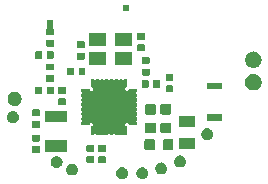
<source format=gbr>
G04 #@! TF.GenerationSoftware,KiCad,Pcbnew,(5.0.2)-1*
G04 #@! TF.CreationDate,2019-04-15T20:42:24-05:00*
G04 #@! TF.ProjectId,testDesign2,74657374-4465-4736-9967-6e322e6b6963,rev?*
G04 #@! TF.SameCoordinates,Original*
G04 #@! TF.FileFunction,Soldermask,Top*
G04 #@! TF.FilePolarity,Negative*
%FSLAX46Y46*%
G04 Gerber Fmt 4.6, Leading zero omitted, Abs format (unit mm)*
G04 Created by KiCad (PCBNEW (5.0.2)-1) date 4/15/2019 8:42:24 PM*
%MOMM*%
%LPD*%
G01*
G04 APERTURE LIST*
%ADD10C,0.100000*%
G04 APERTURE END LIST*
D10*
G36*
X58945845Y-59219215D02*
X59021990Y-59250755D01*
X59036839Y-59256906D01*
X59117640Y-59310896D01*
X59118734Y-59311627D01*
X59188373Y-59381266D01*
X59188375Y-59381269D01*
X59233796Y-59449245D01*
X59243095Y-59463163D01*
X59280785Y-59554155D01*
X59300000Y-59650755D01*
X59300000Y-59749245D01*
X59280785Y-59845845D01*
X59243095Y-59936837D01*
X59188373Y-60018734D01*
X59118734Y-60088373D01*
X59118731Y-60088375D01*
X59036839Y-60143094D01*
X58945845Y-60180785D01*
X58849246Y-60200000D01*
X58750754Y-60200000D01*
X58654155Y-60180785D01*
X58563161Y-60143094D01*
X58481269Y-60088375D01*
X58481266Y-60088373D01*
X58411627Y-60018734D01*
X58356905Y-59936837D01*
X58319215Y-59845845D01*
X58300000Y-59749245D01*
X58300000Y-59650755D01*
X58319215Y-59554155D01*
X58356905Y-59463163D01*
X58366205Y-59449245D01*
X58411625Y-59381269D01*
X58411627Y-59381266D01*
X58481266Y-59311627D01*
X58482360Y-59310896D01*
X58563161Y-59256906D01*
X58578011Y-59250755D01*
X58654155Y-59219215D01*
X58750754Y-59200000D01*
X58849246Y-59200000D01*
X58945845Y-59219215D01*
X58945845Y-59219215D01*
G37*
G36*
X57245845Y-59219215D02*
X57321990Y-59250755D01*
X57336839Y-59256906D01*
X57417640Y-59310896D01*
X57418734Y-59311627D01*
X57488373Y-59381266D01*
X57488375Y-59381269D01*
X57533796Y-59449245D01*
X57543095Y-59463163D01*
X57580785Y-59554155D01*
X57600000Y-59650755D01*
X57600000Y-59749245D01*
X57580785Y-59845845D01*
X57543095Y-59936837D01*
X57488373Y-60018734D01*
X57418734Y-60088373D01*
X57418731Y-60088375D01*
X57336839Y-60143094D01*
X57245845Y-60180785D01*
X57149246Y-60200000D01*
X57050754Y-60200000D01*
X56954155Y-60180785D01*
X56863161Y-60143094D01*
X56781269Y-60088375D01*
X56781266Y-60088373D01*
X56711627Y-60018734D01*
X56656905Y-59936837D01*
X56619215Y-59845845D01*
X56600000Y-59749245D01*
X56600000Y-59650755D01*
X56619215Y-59554155D01*
X56656905Y-59463163D01*
X56666205Y-59449245D01*
X56711625Y-59381269D01*
X56711627Y-59381266D01*
X56781266Y-59311627D01*
X56782360Y-59310896D01*
X56863161Y-59256906D01*
X56878011Y-59250755D01*
X56954155Y-59219215D01*
X57050754Y-59200000D01*
X57149246Y-59200000D01*
X57245845Y-59219215D01*
X57245845Y-59219215D01*
G37*
G36*
X52995845Y-58919215D02*
X53086839Y-58956906D01*
X53123296Y-58981266D01*
X53168734Y-59011627D01*
X53238373Y-59081266D01*
X53238375Y-59081269D01*
X53293094Y-59163161D01*
X53330785Y-59254155D01*
X53350000Y-59350754D01*
X53350000Y-59449246D01*
X53330785Y-59545845D01*
X53293094Y-59636839D01*
X53258660Y-59688373D01*
X53238373Y-59718734D01*
X53168734Y-59788373D01*
X53168731Y-59788375D01*
X53086839Y-59843094D01*
X52995845Y-59880785D01*
X52899246Y-59900000D01*
X52800754Y-59900000D01*
X52704155Y-59880785D01*
X52613161Y-59843094D01*
X52531269Y-59788375D01*
X52531266Y-59788373D01*
X52461627Y-59718734D01*
X52441340Y-59688373D01*
X52406906Y-59636839D01*
X52369215Y-59545845D01*
X52350000Y-59449246D01*
X52350000Y-59350754D01*
X52369215Y-59254155D01*
X52406906Y-59163161D01*
X52461625Y-59081269D01*
X52461627Y-59081266D01*
X52531266Y-59011627D01*
X52576704Y-58981266D01*
X52613161Y-58956906D01*
X52704155Y-58919215D01*
X52800754Y-58900000D01*
X52899246Y-58900000D01*
X52995845Y-58919215D01*
X52995845Y-58919215D01*
G37*
G36*
X60511071Y-58812298D02*
X60545845Y-58819215D01*
X60610136Y-58845845D01*
X60636839Y-58856906D01*
X60638431Y-58857970D01*
X60718734Y-58911627D01*
X60788373Y-58981266D01*
X60788375Y-58981269D01*
X60813409Y-59018734D01*
X60843095Y-59063163D01*
X60850593Y-59081266D01*
X60880785Y-59154155D01*
X60888531Y-59193094D01*
X60900000Y-59250755D01*
X60900000Y-59349245D01*
X60880785Y-59445845D01*
X60873613Y-59463161D01*
X60843094Y-59536839D01*
X60789104Y-59617640D01*
X60788373Y-59618734D01*
X60718734Y-59688373D01*
X60718731Y-59688375D01*
X60636839Y-59743094D01*
X60636838Y-59743095D01*
X60636837Y-59743095D01*
X60621987Y-59749246D01*
X60545845Y-59780785D01*
X60449246Y-59800000D01*
X60350754Y-59800000D01*
X60254155Y-59780785D01*
X60178013Y-59749246D01*
X60163163Y-59743095D01*
X60163162Y-59743095D01*
X60163161Y-59743094D01*
X60081269Y-59688375D01*
X60081266Y-59688373D01*
X60011627Y-59618734D01*
X60010896Y-59617640D01*
X59956906Y-59536839D01*
X59926388Y-59463161D01*
X59919215Y-59445845D01*
X59900000Y-59349245D01*
X59900000Y-59250755D01*
X59911470Y-59193094D01*
X59919215Y-59154155D01*
X59949407Y-59081266D01*
X59956905Y-59063163D01*
X59986592Y-59018734D01*
X60011625Y-58981269D01*
X60011627Y-58981266D01*
X60081266Y-58911627D01*
X60161569Y-58857970D01*
X60163161Y-58856906D01*
X60189865Y-58845845D01*
X60254155Y-58819215D01*
X60288929Y-58812298D01*
X60350754Y-58800000D01*
X60449246Y-58800000D01*
X60511071Y-58812298D01*
X60511071Y-58812298D01*
G37*
G36*
X51695845Y-58269215D02*
X51786839Y-58306906D01*
X51867640Y-58360896D01*
X51868734Y-58361627D01*
X51938373Y-58431266D01*
X51938375Y-58431269D01*
X51993094Y-58513161D01*
X52030785Y-58604155D01*
X52050000Y-58700754D01*
X52050000Y-58799246D01*
X52030785Y-58895845D01*
X51993095Y-58986837D01*
X51938373Y-59068734D01*
X51868734Y-59138373D01*
X51868731Y-59138375D01*
X51786839Y-59193094D01*
X51786838Y-59193095D01*
X51786837Y-59193095D01*
X51695845Y-59230785D01*
X51599246Y-59250000D01*
X51500754Y-59250000D01*
X51404155Y-59230785D01*
X51313163Y-59193095D01*
X51313162Y-59193095D01*
X51313161Y-59193094D01*
X51231269Y-59138375D01*
X51231266Y-59138373D01*
X51161627Y-59068734D01*
X51106905Y-58986837D01*
X51069215Y-58895845D01*
X51050000Y-58799246D01*
X51050000Y-58700754D01*
X51069215Y-58604155D01*
X51106906Y-58513161D01*
X51161625Y-58431269D01*
X51161627Y-58431266D01*
X51231266Y-58361627D01*
X51232360Y-58360896D01*
X51313161Y-58306906D01*
X51404155Y-58269215D01*
X51500754Y-58250000D01*
X51599246Y-58250000D01*
X51695845Y-58269215D01*
X51695845Y-58269215D01*
G37*
G36*
X62145845Y-58219215D02*
X62220167Y-58250000D01*
X62236839Y-58256906D01*
X62274439Y-58282030D01*
X62318734Y-58311627D01*
X62388373Y-58381266D01*
X62388375Y-58381269D01*
X62443094Y-58463161D01*
X62480785Y-58554155D01*
X62500000Y-58650754D01*
X62500000Y-58749246D01*
X62480785Y-58845845D01*
X62443094Y-58936839D01*
X62409686Y-58986837D01*
X62388373Y-59018734D01*
X62318734Y-59088373D01*
X62318731Y-59088375D01*
X62236839Y-59143094D01*
X62236838Y-59143095D01*
X62236837Y-59143095D01*
X62188393Y-59163161D01*
X62145845Y-59180785D01*
X62049246Y-59200000D01*
X61950754Y-59200000D01*
X61854155Y-59180785D01*
X61811607Y-59163161D01*
X61763163Y-59143095D01*
X61763162Y-59143095D01*
X61763161Y-59143094D01*
X61681269Y-59088375D01*
X61681266Y-59088373D01*
X61611627Y-59018734D01*
X61590314Y-58986837D01*
X61556906Y-58936839D01*
X61519215Y-58845845D01*
X61500000Y-58749246D01*
X61500000Y-58650754D01*
X61519215Y-58554155D01*
X61556906Y-58463161D01*
X61611625Y-58381269D01*
X61611627Y-58381266D01*
X61681266Y-58311627D01*
X61725561Y-58282030D01*
X61763161Y-58256906D01*
X61779834Y-58250000D01*
X61854155Y-58219215D01*
X61950754Y-58200000D01*
X62049246Y-58200000D01*
X62145845Y-58219215D01*
X62145845Y-58219215D01*
G37*
G36*
X55651463Y-58277226D02*
X55667298Y-58282030D01*
X55681886Y-58289827D01*
X55694676Y-58300324D01*
X55705173Y-58313114D01*
X55712970Y-58327702D01*
X55717774Y-58343537D01*
X55720000Y-58366140D01*
X55720000Y-58773860D01*
X55717774Y-58796463D01*
X55712970Y-58812298D01*
X55705173Y-58826886D01*
X55694676Y-58839676D01*
X55681886Y-58850173D01*
X55667298Y-58857970D01*
X55651463Y-58862774D01*
X55628860Y-58865000D01*
X55171140Y-58865000D01*
X55148537Y-58862774D01*
X55132702Y-58857970D01*
X55118114Y-58850173D01*
X55105324Y-58839676D01*
X55094827Y-58826886D01*
X55087030Y-58812298D01*
X55082226Y-58796463D01*
X55080000Y-58773860D01*
X55080000Y-58366140D01*
X55082226Y-58343537D01*
X55087030Y-58327702D01*
X55094827Y-58313114D01*
X55105324Y-58300324D01*
X55118114Y-58289827D01*
X55132702Y-58282030D01*
X55148537Y-58277226D01*
X55171140Y-58275000D01*
X55628860Y-58275000D01*
X55651463Y-58277226D01*
X55651463Y-58277226D01*
G37*
G36*
X54651463Y-58277226D02*
X54667298Y-58282030D01*
X54681886Y-58289827D01*
X54694676Y-58300324D01*
X54705173Y-58313114D01*
X54712970Y-58327702D01*
X54717774Y-58343537D01*
X54720000Y-58366140D01*
X54720000Y-58773860D01*
X54717774Y-58796463D01*
X54712970Y-58812298D01*
X54705173Y-58826886D01*
X54694676Y-58839676D01*
X54681886Y-58850173D01*
X54667298Y-58857970D01*
X54651463Y-58862774D01*
X54628860Y-58865000D01*
X54171140Y-58865000D01*
X54148537Y-58862774D01*
X54132702Y-58857970D01*
X54118114Y-58850173D01*
X54105324Y-58839676D01*
X54094827Y-58826886D01*
X54087030Y-58812298D01*
X54082226Y-58796463D01*
X54080000Y-58773860D01*
X54080000Y-58366140D01*
X54082226Y-58343537D01*
X54087030Y-58327702D01*
X54094827Y-58313114D01*
X54105324Y-58300324D01*
X54118114Y-58289827D01*
X54132702Y-58282030D01*
X54148537Y-58277226D01*
X54171140Y-58275000D01*
X54628860Y-58275000D01*
X54651463Y-58277226D01*
X54651463Y-58277226D01*
G37*
G36*
X50051463Y-57407226D02*
X50067298Y-57412030D01*
X50081886Y-57419827D01*
X50094676Y-57430324D01*
X50105173Y-57443114D01*
X50112970Y-57457702D01*
X50117774Y-57473537D01*
X50120000Y-57496140D01*
X50120000Y-57903860D01*
X50117774Y-57926463D01*
X50112970Y-57942298D01*
X50105173Y-57956886D01*
X50094676Y-57969676D01*
X50081886Y-57980173D01*
X50067298Y-57987970D01*
X50051463Y-57992774D01*
X50028860Y-57995000D01*
X49571140Y-57995000D01*
X49548537Y-57992774D01*
X49532702Y-57987970D01*
X49518114Y-57980173D01*
X49505324Y-57969676D01*
X49494827Y-57956886D01*
X49487030Y-57942298D01*
X49482226Y-57926463D01*
X49480000Y-57903860D01*
X49480000Y-57496140D01*
X49482226Y-57473537D01*
X49487030Y-57457702D01*
X49494827Y-57443114D01*
X49505324Y-57430324D01*
X49518114Y-57419827D01*
X49532702Y-57412030D01*
X49548537Y-57407226D01*
X49571140Y-57405000D01*
X50028860Y-57405000D01*
X50051463Y-57407226D01*
X50051463Y-57407226D01*
G37*
G36*
X52400000Y-57900000D02*
X50600000Y-57900000D01*
X50600000Y-56900000D01*
X52400000Y-56900000D01*
X52400000Y-57900000D01*
X52400000Y-57900000D01*
G37*
G36*
X54651463Y-57307226D02*
X54667298Y-57312030D01*
X54681886Y-57319827D01*
X54694676Y-57330324D01*
X54705173Y-57343114D01*
X54712970Y-57357702D01*
X54717774Y-57373537D01*
X54720000Y-57396140D01*
X54720000Y-57803860D01*
X54717774Y-57826463D01*
X54712970Y-57842298D01*
X54705173Y-57856886D01*
X54694676Y-57869676D01*
X54681886Y-57880173D01*
X54667298Y-57887970D01*
X54651463Y-57892774D01*
X54628860Y-57895000D01*
X54171140Y-57895000D01*
X54148537Y-57892774D01*
X54132702Y-57887970D01*
X54118114Y-57880173D01*
X54105324Y-57869676D01*
X54094827Y-57856886D01*
X54087030Y-57842298D01*
X54082226Y-57826463D01*
X54080000Y-57803860D01*
X54080000Y-57396140D01*
X54082226Y-57373537D01*
X54087030Y-57357702D01*
X54094827Y-57343114D01*
X54105324Y-57330324D01*
X54118114Y-57319827D01*
X54132702Y-57312030D01*
X54148537Y-57307226D01*
X54171140Y-57305000D01*
X54628860Y-57305000D01*
X54651463Y-57307226D01*
X54651463Y-57307226D01*
G37*
G36*
X55651463Y-57307226D02*
X55667298Y-57312030D01*
X55681886Y-57319827D01*
X55694676Y-57330324D01*
X55705173Y-57343114D01*
X55712970Y-57357702D01*
X55717774Y-57373537D01*
X55720000Y-57396140D01*
X55720000Y-57803860D01*
X55717774Y-57826463D01*
X55712970Y-57842298D01*
X55705173Y-57856886D01*
X55694676Y-57869676D01*
X55681886Y-57880173D01*
X55667298Y-57887970D01*
X55651463Y-57892774D01*
X55628860Y-57895000D01*
X55171140Y-57895000D01*
X55148537Y-57892774D01*
X55132702Y-57887970D01*
X55118114Y-57880173D01*
X55105324Y-57869676D01*
X55094827Y-57856886D01*
X55087030Y-57842298D01*
X55082226Y-57826463D01*
X55080000Y-57803860D01*
X55080000Y-57396140D01*
X55082226Y-57373537D01*
X55087030Y-57357702D01*
X55094827Y-57343114D01*
X55105324Y-57330324D01*
X55118114Y-57319827D01*
X55132702Y-57312030D01*
X55148537Y-57307226D01*
X55171140Y-57305000D01*
X55628860Y-57305000D01*
X55651463Y-57307226D01*
X55651463Y-57307226D01*
G37*
G36*
X61311616Y-56828595D02*
X61340813Y-56837452D01*
X61367718Y-56851833D01*
X61391308Y-56871192D01*
X61410667Y-56894782D01*
X61425048Y-56921687D01*
X61433905Y-56950884D01*
X61437500Y-56987390D01*
X61437500Y-57612610D01*
X61433905Y-57649116D01*
X61425048Y-57678313D01*
X61410667Y-57705218D01*
X61391308Y-57728808D01*
X61367718Y-57748167D01*
X61340813Y-57762548D01*
X61311616Y-57771405D01*
X61275110Y-57775000D01*
X60724890Y-57775000D01*
X60688384Y-57771405D01*
X60659187Y-57762548D01*
X60632282Y-57748167D01*
X60608692Y-57728808D01*
X60589333Y-57705218D01*
X60574952Y-57678313D01*
X60566095Y-57649116D01*
X60562500Y-57612610D01*
X60562500Y-56987390D01*
X60566095Y-56950884D01*
X60574952Y-56921687D01*
X60589333Y-56894782D01*
X60608692Y-56871192D01*
X60632282Y-56851833D01*
X60659187Y-56837452D01*
X60688384Y-56828595D01*
X60724890Y-56825000D01*
X61275110Y-56825000D01*
X61311616Y-56828595D01*
X61311616Y-56828595D01*
G37*
G36*
X59736616Y-56828595D02*
X59765813Y-56837452D01*
X59792718Y-56851833D01*
X59816308Y-56871192D01*
X59835667Y-56894782D01*
X59850048Y-56921687D01*
X59858905Y-56950884D01*
X59862500Y-56987390D01*
X59862500Y-57612610D01*
X59858905Y-57649116D01*
X59850048Y-57678313D01*
X59835667Y-57705218D01*
X59816308Y-57728808D01*
X59792718Y-57748167D01*
X59765813Y-57762548D01*
X59736616Y-57771405D01*
X59700110Y-57775000D01*
X59149890Y-57775000D01*
X59113384Y-57771405D01*
X59084187Y-57762548D01*
X59057282Y-57748167D01*
X59033692Y-57728808D01*
X59014333Y-57705218D01*
X58999952Y-57678313D01*
X58991095Y-57649116D01*
X58987500Y-57612610D01*
X58987500Y-56987390D01*
X58991095Y-56950884D01*
X58999952Y-56921687D01*
X59014333Y-56894782D01*
X59033692Y-56871192D01*
X59057282Y-56851833D01*
X59084187Y-56837452D01*
X59113384Y-56828595D01*
X59149890Y-56825000D01*
X59700110Y-56825000D01*
X59736616Y-56828595D01*
X59736616Y-56828595D01*
G37*
G36*
X63153992Y-56716576D02*
X63187883Y-56726857D01*
X63219111Y-56743548D01*
X63246485Y-56766015D01*
X63268952Y-56793389D01*
X63285643Y-56824617D01*
X63295924Y-56858508D01*
X63300000Y-56899891D01*
X63300000Y-57500109D01*
X63295924Y-57541492D01*
X63285643Y-57575383D01*
X63268952Y-57606611D01*
X63246485Y-57633985D01*
X63219111Y-57656452D01*
X63187883Y-57673143D01*
X63153992Y-57683424D01*
X63112609Y-57687500D01*
X62087391Y-57687500D01*
X62046008Y-57683424D01*
X62012117Y-57673143D01*
X61980889Y-57656452D01*
X61953515Y-57633985D01*
X61931048Y-57606611D01*
X61914357Y-57575383D01*
X61904076Y-57541492D01*
X61900000Y-57500109D01*
X61900000Y-56899891D01*
X61904076Y-56858508D01*
X61914357Y-56824617D01*
X61931048Y-56793389D01*
X61953515Y-56766015D01*
X61980889Y-56743548D01*
X62012117Y-56726857D01*
X62046008Y-56716576D01*
X62087391Y-56712500D01*
X63112609Y-56712500D01*
X63153992Y-56716576D01*
X63153992Y-56716576D01*
G37*
G36*
X50051463Y-56437226D02*
X50067298Y-56442030D01*
X50081886Y-56449827D01*
X50094676Y-56460324D01*
X50105173Y-56473114D01*
X50112970Y-56487702D01*
X50117774Y-56503537D01*
X50120000Y-56526140D01*
X50120000Y-56933860D01*
X50117774Y-56956463D01*
X50112970Y-56972298D01*
X50105173Y-56986886D01*
X50094676Y-56999676D01*
X50081886Y-57010173D01*
X50067298Y-57017970D01*
X50051463Y-57022774D01*
X50028860Y-57025000D01*
X49571140Y-57025000D01*
X49548537Y-57022774D01*
X49532702Y-57017970D01*
X49518114Y-57010173D01*
X49505324Y-56999676D01*
X49494827Y-56986886D01*
X49487030Y-56972298D01*
X49482226Y-56956463D01*
X49480000Y-56933860D01*
X49480000Y-56526140D01*
X49482226Y-56503537D01*
X49487030Y-56487702D01*
X49494827Y-56473114D01*
X49505324Y-56460324D01*
X49518114Y-56449827D01*
X49532702Y-56442030D01*
X49548537Y-56437226D01*
X49571140Y-56435000D01*
X50028860Y-56435000D01*
X50051463Y-56437226D01*
X50051463Y-56437226D01*
G37*
G36*
X64445845Y-55919215D02*
X64536839Y-55956906D01*
X64617640Y-56010896D01*
X64618734Y-56011627D01*
X64688373Y-56081266D01*
X64688375Y-56081269D01*
X64734374Y-56150110D01*
X64743095Y-56163163D01*
X64764683Y-56215281D01*
X64780785Y-56254155D01*
X64800000Y-56350754D01*
X64800000Y-56449246D01*
X64789794Y-56500553D01*
X64780785Y-56545845D01*
X64743095Y-56636837D01*
X64688373Y-56718734D01*
X64618734Y-56788373D01*
X64618731Y-56788375D01*
X64536839Y-56843094D01*
X64536838Y-56843095D01*
X64536837Y-56843095D01*
X64488852Y-56862971D01*
X64445845Y-56880785D01*
X64349246Y-56900000D01*
X64250754Y-56900000D01*
X64154155Y-56880785D01*
X64111148Y-56862971D01*
X64063163Y-56843095D01*
X64063162Y-56843095D01*
X64063161Y-56843094D01*
X63981269Y-56788375D01*
X63981266Y-56788373D01*
X63911627Y-56718734D01*
X63856905Y-56636837D01*
X63819215Y-56545845D01*
X63810206Y-56500553D01*
X63800000Y-56449246D01*
X63800000Y-56350754D01*
X63819215Y-56254155D01*
X63835317Y-56215281D01*
X63856905Y-56163163D01*
X63865627Y-56150110D01*
X63911625Y-56081269D01*
X63911627Y-56081266D01*
X63981266Y-56011627D01*
X63982360Y-56010896D01*
X64063161Y-55956906D01*
X64154155Y-55919215D01*
X64250754Y-55900000D01*
X64349246Y-55900000D01*
X64445845Y-55919215D01*
X64445845Y-55919215D01*
G37*
G36*
X54706445Y-51750009D02*
X54720696Y-51764261D01*
X54741070Y-51777875D01*
X54763709Y-51787254D01*
X54787742Y-51792036D01*
X54812246Y-51792037D01*
X54836280Y-51787257D01*
X54858920Y-51777881D01*
X54879295Y-51764268D01*
X54893554Y-51750009D01*
X54893643Y-51750000D01*
X55106357Y-51750000D01*
X55106445Y-51750009D01*
X55120696Y-51764261D01*
X55141070Y-51777875D01*
X55163709Y-51787254D01*
X55187742Y-51792036D01*
X55212246Y-51792037D01*
X55236280Y-51787257D01*
X55258920Y-51777881D01*
X55279295Y-51764268D01*
X55293554Y-51750009D01*
X55293643Y-51750000D01*
X55506357Y-51750000D01*
X55506445Y-51750009D01*
X55520696Y-51764261D01*
X55541070Y-51777875D01*
X55563709Y-51787254D01*
X55587742Y-51792036D01*
X55612246Y-51792037D01*
X55636280Y-51787257D01*
X55658920Y-51777881D01*
X55679295Y-51764268D01*
X55693554Y-51750009D01*
X55693643Y-51750000D01*
X55906357Y-51750000D01*
X55906445Y-51750009D01*
X55920696Y-51764261D01*
X55941070Y-51777875D01*
X55963709Y-51787254D01*
X55987742Y-51792036D01*
X56012246Y-51792037D01*
X56036280Y-51787257D01*
X56058920Y-51777881D01*
X56079295Y-51764268D01*
X56093554Y-51750009D01*
X56093643Y-51750000D01*
X56306357Y-51750000D01*
X56306445Y-51750009D01*
X56320696Y-51764261D01*
X56341070Y-51777875D01*
X56363709Y-51787254D01*
X56387742Y-51792036D01*
X56412246Y-51792037D01*
X56436280Y-51787257D01*
X56458920Y-51777881D01*
X56479295Y-51764268D01*
X56493554Y-51750009D01*
X56493643Y-51750000D01*
X56706357Y-51750000D01*
X56706445Y-51750009D01*
X56720696Y-51764261D01*
X56741070Y-51777875D01*
X56763709Y-51787254D01*
X56787742Y-51792036D01*
X56812246Y-51792037D01*
X56836280Y-51787257D01*
X56858920Y-51777881D01*
X56879295Y-51764268D01*
X56893554Y-51750009D01*
X56893643Y-51750000D01*
X57106357Y-51750000D01*
X57106445Y-51750009D01*
X57120696Y-51764261D01*
X57141070Y-51777875D01*
X57163709Y-51787254D01*
X57187742Y-51792036D01*
X57212246Y-51792037D01*
X57236280Y-51787257D01*
X57258920Y-51777881D01*
X57279295Y-51764268D01*
X57293554Y-51750009D01*
X57293643Y-51750000D01*
X57500000Y-51750000D01*
X57500000Y-52450000D01*
X57459474Y-52450000D01*
X57435088Y-52452402D01*
X57411639Y-52459515D01*
X57390028Y-52471066D01*
X57371086Y-52486612D01*
X57355540Y-52505554D01*
X57343989Y-52527165D01*
X57336876Y-52550614D01*
X57334474Y-52575000D01*
X57336876Y-52599386D01*
X57343989Y-52622835D01*
X57355540Y-52644446D01*
X57371086Y-52663388D01*
X57380175Y-52671627D01*
X57406648Y-52693352D01*
X57428373Y-52719825D01*
X57445700Y-52737152D01*
X57466075Y-52750766D01*
X57488714Y-52760143D01*
X57512747Y-52764924D01*
X57537252Y-52764924D01*
X57561285Y-52760144D01*
X57583924Y-52750766D01*
X57604299Y-52737153D01*
X57621626Y-52719826D01*
X57635240Y-52699451D01*
X57644617Y-52676812D01*
X57649398Y-52652779D01*
X57650000Y-52640526D01*
X57650000Y-52600000D01*
X58350000Y-52600000D01*
X58350000Y-52806357D01*
X58349991Y-52806445D01*
X58335739Y-52820696D01*
X58322125Y-52841070D01*
X58312746Y-52863709D01*
X58307964Y-52887742D01*
X58307963Y-52912246D01*
X58312743Y-52936280D01*
X58322119Y-52958920D01*
X58335732Y-52979295D01*
X58349991Y-52993554D01*
X58350000Y-52993643D01*
X58350000Y-53206357D01*
X58349991Y-53206445D01*
X58335739Y-53220696D01*
X58322125Y-53241070D01*
X58312746Y-53263709D01*
X58307964Y-53287742D01*
X58307963Y-53312246D01*
X58312743Y-53336280D01*
X58322119Y-53358920D01*
X58335732Y-53379295D01*
X58349991Y-53393554D01*
X58350000Y-53393643D01*
X58350000Y-53606357D01*
X58349991Y-53606445D01*
X58335739Y-53620696D01*
X58322125Y-53641070D01*
X58312746Y-53663709D01*
X58307964Y-53687742D01*
X58307963Y-53712246D01*
X58312743Y-53736280D01*
X58322119Y-53758920D01*
X58335732Y-53779295D01*
X58349991Y-53793554D01*
X58350000Y-53793643D01*
X58350000Y-54006357D01*
X58349991Y-54006445D01*
X58335739Y-54020696D01*
X58322125Y-54041070D01*
X58312746Y-54063709D01*
X58307964Y-54087742D01*
X58307963Y-54112246D01*
X58312743Y-54136280D01*
X58322119Y-54158920D01*
X58335732Y-54179295D01*
X58349991Y-54193554D01*
X58350000Y-54193643D01*
X58350000Y-54406357D01*
X58349991Y-54406445D01*
X58335739Y-54420696D01*
X58322125Y-54441070D01*
X58312746Y-54463709D01*
X58307964Y-54487742D01*
X58307963Y-54512246D01*
X58312743Y-54536280D01*
X58322119Y-54558920D01*
X58335732Y-54579295D01*
X58349991Y-54593554D01*
X58350000Y-54593643D01*
X58350000Y-54806357D01*
X58349991Y-54806445D01*
X58335739Y-54820696D01*
X58322125Y-54841070D01*
X58312746Y-54863709D01*
X58307964Y-54887742D01*
X58307963Y-54912246D01*
X58312743Y-54936280D01*
X58322119Y-54958920D01*
X58335732Y-54979295D01*
X58349991Y-54993554D01*
X58350000Y-54993643D01*
X58350000Y-55206357D01*
X58349991Y-55206445D01*
X58335739Y-55220696D01*
X58322125Y-55241070D01*
X58312746Y-55263709D01*
X58307964Y-55287742D01*
X58307963Y-55312246D01*
X58312743Y-55336280D01*
X58322119Y-55358920D01*
X58335732Y-55379295D01*
X58349991Y-55393554D01*
X58350000Y-55393643D01*
X58350000Y-55600000D01*
X57650000Y-55600000D01*
X57650000Y-55559474D01*
X57647598Y-55535088D01*
X57640485Y-55511639D01*
X57628934Y-55490028D01*
X57613388Y-55471086D01*
X57594446Y-55455540D01*
X57572835Y-55443989D01*
X57549386Y-55436876D01*
X57525000Y-55434474D01*
X57500614Y-55436876D01*
X57477165Y-55443989D01*
X57455554Y-55455540D01*
X57436612Y-55471086D01*
X57428373Y-55480175D01*
X57406648Y-55506648D01*
X57380175Y-55528373D01*
X57362848Y-55545700D01*
X57349234Y-55566075D01*
X57339857Y-55588714D01*
X57335076Y-55612747D01*
X57335076Y-55637252D01*
X57339856Y-55661285D01*
X57349234Y-55683924D01*
X57362847Y-55704299D01*
X57380174Y-55721626D01*
X57400549Y-55735240D01*
X57423188Y-55744617D01*
X57447221Y-55749398D01*
X57459474Y-55750000D01*
X57500000Y-55750000D01*
X57500000Y-56450000D01*
X57293643Y-56450000D01*
X57293555Y-56449991D01*
X57279304Y-56435739D01*
X57258930Y-56422125D01*
X57236291Y-56412746D01*
X57212258Y-56407964D01*
X57187754Y-56407963D01*
X57163720Y-56412743D01*
X57141080Y-56422119D01*
X57120705Y-56435732D01*
X57106446Y-56449991D01*
X57106357Y-56450000D01*
X56893643Y-56450000D01*
X56893555Y-56449991D01*
X56879304Y-56435739D01*
X56858930Y-56422125D01*
X56836291Y-56412746D01*
X56812258Y-56407964D01*
X56787754Y-56407963D01*
X56763720Y-56412743D01*
X56741080Y-56422119D01*
X56720705Y-56435732D01*
X56706446Y-56449991D01*
X56706357Y-56450000D01*
X56493643Y-56450000D01*
X56493555Y-56449991D01*
X56479304Y-56435739D01*
X56458930Y-56422125D01*
X56436291Y-56412746D01*
X56412258Y-56407964D01*
X56387754Y-56407963D01*
X56363720Y-56412743D01*
X56341080Y-56422119D01*
X56320705Y-56435732D01*
X56306446Y-56449991D01*
X56306357Y-56450000D01*
X56093643Y-56450000D01*
X56093555Y-56449991D01*
X56079304Y-56435739D01*
X56058930Y-56422125D01*
X56036291Y-56412746D01*
X56012258Y-56407964D01*
X55987754Y-56407963D01*
X55963720Y-56412743D01*
X55941080Y-56422119D01*
X55920705Y-56435732D01*
X55906446Y-56449991D01*
X55906357Y-56450000D01*
X55693643Y-56450000D01*
X55693555Y-56449991D01*
X55679304Y-56435739D01*
X55658930Y-56422125D01*
X55636291Y-56412746D01*
X55612258Y-56407964D01*
X55587754Y-56407963D01*
X55563720Y-56412743D01*
X55541080Y-56422119D01*
X55520705Y-56435732D01*
X55506446Y-56449991D01*
X55506357Y-56450000D01*
X55293643Y-56450000D01*
X55293555Y-56449991D01*
X55279304Y-56435739D01*
X55258930Y-56422125D01*
X55236291Y-56412746D01*
X55212258Y-56407964D01*
X55187754Y-56407963D01*
X55163720Y-56412743D01*
X55141080Y-56422119D01*
X55120705Y-56435732D01*
X55106446Y-56449991D01*
X55106357Y-56450000D01*
X54893643Y-56450000D01*
X54893555Y-56449991D01*
X54879304Y-56435739D01*
X54858930Y-56422125D01*
X54836291Y-56412746D01*
X54812258Y-56407964D01*
X54787754Y-56407963D01*
X54763720Y-56412743D01*
X54741080Y-56422119D01*
X54720705Y-56435732D01*
X54706446Y-56449991D01*
X54706357Y-56450000D01*
X54500000Y-56450000D01*
X54500000Y-55750000D01*
X54540526Y-55750000D01*
X54564912Y-55747598D01*
X54588361Y-55740485D01*
X54609972Y-55728934D01*
X54628914Y-55713388D01*
X54644460Y-55694446D01*
X54656011Y-55672835D01*
X54663124Y-55649386D01*
X54665526Y-55625000D01*
X54663124Y-55600614D01*
X54656011Y-55577165D01*
X54644460Y-55555554D01*
X54628914Y-55536612D01*
X54619825Y-55528373D01*
X54593352Y-55506648D01*
X54571627Y-55480175D01*
X54554300Y-55462848D01*
X54533925Y-55449234D01*
X54511286Y-55439857D01*
X54487253Y-55435076D01*
X54462748Y-55435076D01*
X54438715Y-55439856D01*
X54416076Y-55449234D01*
X54395701Y-55462847D01*
X54378374Y-55480174D01*
X54364760Y-55500549D01*
X54355383Y-55523188D01*
X54350602Y-55547221D01*
X54350000Y-55559474D01*
X54350000Y-55600000D01*
X53650000Y-55600000D01*
X53650000Y-55393643D01*
X53650009Y-55393555D01*
X53664261Y-55379304D01*
X53677875Y-55358930D01*
X53687254Y-55336291D01*
X53692036Y-55312258D01*
X53692037Y-55287754D01*
X53687257Y-55263720D01*
X53677881Y-55241080D01*
X53664268Y-55220705D01*
X53650009Y-55206446D01*
X53650000Y-55206357D01*
X53650000Y-54993643D01*
X53650009Y-54993555D01*
X53664261Y-54979304D01*
X53677875Y-54958930D01*
X53687254Y-54936291D01*
X53692036Y-54912258D01*
X53692037Y-54887754D01*
X53687257Y-54863720D01*
X53677881Y-54841080D01*
X53664268Y-54820705D01*
X53650009Y-54806446D01*
X53650000Y-54806357D01*
X53650000Y-54593643D01*
X53650009Y-54593555D01*
X53664261Y-54579304D01*
X53677875Y-54558930D01*
X53687254Y-54536291D01*
X53692036Y-54512258D01*
X53692037Y-54487754D01*
X53687257Y-54463720D01*
X53677881Y-54441080D01*
X53664268Y-54420705D01*
X53650009Y-54406446D01*
X53650000Y-54406357D01*
X53650000Y-54193643D01*
X53650009Y-54193555D01*
X53664261Y-54179304D01*
X53677875Y-54158930D01*
X53687254Y-54136291D01*
X53692036Y-54112258D01*
X53692037Y-54087754D01*
X53687257Y-54063720D01*
X53677881Y-54041080D01*
X53664268Y-54020705D01*
X53650009Y-54006446D01*
X53650000Y-54006357D01*
X53650000Y-53793643D01*
X53650009Y-53793555D01*
X53664261Y-53779304D01*
X53677875Y-53758930D01*
X53687254Y-53736291D01*
X53692036Y-53712258D01*
X53692037Y-53687754D01*
X53687257Y-53663720D01*
X53677881Y-53641080D01*
X53664268Y-53620705D01*
X53650009Y-53606446D01*
X53650000Y-53606357D01*
X53650000Y-53393643D01*
X53650009Y-53393555D01*
X53664261Y-53379304D01*
X53677875Y-53358930D01*
X53687254Y-53336291D01*
X53692036Y-53312258D01*
X53692037Y-53287754D01*
X53687257Y-53263720D01*
X53677881Y-53241080D01*
X53664268Y-53220705D01*
X53650009Y-53206446D01*
X53650000Y-53206357D01*
X53650000Y-52993643D01*
X53650009Y-52993555D01*
X53664261Y-52979304D01*
X53677875Y-52958930D01*
X53687254Y-52936291D01*
X53692036Y-52912258D01*
X53692037Y-52887754D01*
X53687257Y-52863720D01*
X53677881Y-52841080D01*
X53664268Y-52820705D01*
X53650009Y-52806446D01*
X53650000Y-52806357D01*
X53650000Y-52600000D01*
X54350000Y-52600000D01*
X54350000Y-52640526D01*
X54352402Y-52664912D01*
X54359515Y-52688361D01*
X54371066Y-52709972D01*
X54386612Y-52728914D01*
X54405554Y-52744460D01*
X54427165Y-52756011D01*
X54450614Y-52763124D01*
X54475000Y-52765526D01*
X54499386Y-52763124D01*
X54522835Y-52756011D01*
X54544446Y-52744460D01*
X54563388Y-52728914D01*
X54571627Y-52719825D01*
X54593352Y-52693352D01*
X54619825Y-52671627D01*
X54637152Y-52654300D01*
X54650766Y-52633925D01*
X54660143Y-52611286D01*
X54664924Y-52587253D01*
X54664924Y-52562748D01*
X54660144Y-52538715D01*
X54650766Y-52516076D01*
X54637153Y-52495701D01*
X54619826Y-52478374D01*
X54599451Y-52464760D01*
X54576812Y-52455383D01*
X54552779Y-52450602D01*
X54540526Y-52450000D01*
X54500000Y-52450000D01*
X54500000Y-51750000D01*
X54706357Y-51750000D01*
X54706445Y-51750009D01*
X54706445Y-51750009D01*
G37*
G36*
X61149116Y-55441095D02*
X61178313Y-55449952D01*
X61205218Y-55464333D01*
X61228808Y-55483692D01*
X61248167Y-55507282D01*
X61262548Y-55534187D01*
X61271405Y-55563384D01*
X61275000Y-55599890D01*
X61275000Y-56150110D01*
X61271405Y-56186616D01*
X61262548Y-56215813D01*
X61248167Y-56242718D01*
X61228808Y-56266308D01*
X61205218Y-56285667D01*
X61178313Y-56300048D01*
X61149116Y-56308905D01*
X61112610Y-56312500D01*
X60487390Y-56312500D01*
X60450884Y-56308905D01*
X60421687Y-56300048D01*
X60394782Y-56285667D01*
X60371192Y-56266308D01*
X60351833Y-56242718D01*
X60337452Y-56215813D01*
X60328595Y-56186616D01*
X60325000Y-56150110D01*
X60325000Y-55599890D01*
X60328595Y-55563384D01*
X60337452Y-55534187D01*
X60351833Y-55507282D01*
X60371192Y-55483692D01*
X60394782Y-55464333D01*
X60421687Y-55449952D01*
X60450884Y-55441095D01*
X60487390Y-55437500D01*
X61112610Y-55437500D01*
X61149116Y-55441095D01*
X61149116Y-55441095D01*
G37*
G36*
X59849116Y-55441095D02*
X59878313Y-55449952D01*
X59905218Y-55464333D01*
X59928808Y-55483692D01*
X59948167Y-55507282D01*
X59962548Y-55534187D01*
X59971405Y-55563384D01*
X59975000Y-55599890D01*
X59975000Y-56150110D01*
X59971405Y-56186616D01*
X59962548Y-56215813D01*
X59948167Y-56242718D01*
X59928808Y-56266308D01*
X59905218Y-56285667D01*
X59878313Y-56300048D01*
X59849116Y-56308905D01*
X59812610Y-56312500D01*
X59187390Y-56312500D01*
X59150884Y-56308905D01*
X59121687Y-56300048D01*
X59094782Y-56285667D01*
X59071192Y-56266308D01*
X59051833Y-56242718D01*
X59037452Y-56215813D01*
X59028595Y-56186616D01*
X59025000Y-56150110D01*
X59025000Y-55599890D01*
X59028595Y-55563384D01*
X59037452Y-55534187D01*
X59051833Y-55507282D01*
X59071192Y-55483692D01*
X59094782Y-55464333D01*
X59121687Y-55449952D01*
X59150884Y-55441095D01*
X59187390Y-55437500D01*
X59812610Y-55437500D01*
X59849116Y-55441095D01*
X59849116Y-55441095D01*
G37*
G36*
X50051463Y-55277226D02*
X50067298Y-55282030D01*
X50081886Y-55289827D01*
X50094676Y-55300324D01*
X50105173Y-55313114D01*
X50112970Y-55327702D01*
X50117774Y-55343537D01*
X50120000Y-55366140D01*
X50120000Y-55773860D01*
X50117774Y-55796463D01*
X50112970Y-55812298D01*
X50105173Y-55826886D01*
X50094676Y-55839676D01*
X50081886Y-55850173D01*
X50067298Y-55857970D01*
X50051463Y-55862774D01*
X50028860Y-55865000D01*
X49571140Y-55865000D01*
X49548537Y-55862774D01*
X49532702Y-55857970D01*
X49518114Y-55850173D01*
X49505324Y-55839676D01*
X49494827Y-55826886D01*
X49487030Y-55812298D01*
X49482226Y-55796463D01*
X49480000Y-55773860D01*
X49480000Y-55366140D01*
X49482226Y-55343537D01*
X49487030Y-55327702D01*
X49494827Y-55313114D01*
X49505324Y-55300324D01*
X49518114Y-55289827D01*
X49532702Y-55282030D01*
X49548537Y-55277226D01*
X49571140Y-55275000D01*
X50028860Y-55275000D01*
X50051463Y-55277226D01*
X50051463Y-55277226D01*
G37*
G36*
X63153992Y-54841576D02*
X63187883Y-54851857D01*
X63219111Y-54868548D01*
X63246485Y-54891015D01*
X63268952Y-54918389D01*
X63285643Y-54949617D01*
X63295924Y-54983508D01*
X63300000Y-55024891D01*
X63300000Y-55625109D01*
X63295924Y-55666492D01*
X63285643Y-55700383D01*
X63268952Y-55731611D01*
X63246485Y-55758985D01*
X63219111Y-55781452D01*
X63187883Y-55798143D01*
X63153992Y-55808424D01*
X63112609Y-55812500D01*
X62087391Y-55812500D01*
X62046008Y-55808424D01*
X62012117Y-55798143D01*
X61980889Y-55781452D01*
X61953515Y-55758985D01*
X61931048Y-55731611D01*
X61914357Y-55700383D01*
X61904076Y-55666492D01*
X61900000Y-55625109D01*
X61900000Y-55024891D01*
X61904076Y-54983508D01*
X61914357Y-54949617D01*
X61931048Y-54918389D01*
X61953515Y-54891015D01*
X61980889Y-54868548D01*
X62012117Y-54851857D01*
X62046008Y-54841576D01*
X62087391Y-54837500D01*
X63112609Y-54837500D01*
X63153992Y-54841576D01*
X63153992Y-54841576D01*
G37*
G36*
X47995845Y-54469215D02*
X48086839Y-54506906D01*
X48130800Y-54536280D01*
X48168734Y-54561627D01*
X48238373Y-54631266D01*
X48238375Y-54631269D01*
X48291428Y-54710667D01*
X48293095Y-54713163D01*
X48303176Y-54737500D01*
X48330785Y-54804155D01*
X48350000Y-54900754D01*
X48350000Y-54999246D01*
X48330785Y-55095845D01*
X48293094Y-55186839D01*
X48279993Y-55206446D01*
X48238373Y-55268734D01*
X48168734Y-55338373D01*
X48168731Y-55338375D01*
X48086839Y-55393094D01*
X48086838Y-55393095D01*
X48086837Y-55393095D01*
X48016520Y-55422221D01*
X47995845Y-55430785D01*
X47899246Y-55450000D01*
X47800754Y-55450000D01*
X47704155Y-55430785D01*
X47683480Y-55422221D01*
X47613163Y-55393095D01*
X47613162Y-55393095D01*
X47613161Y-55393094D01*
X47531269Y-55338375D01*
X47531266Y-55338373D01*
X47461627Y-55268734D01*
X47420007Y-55206446D01*
X47406906Y-55186839D01*
X47369215Y-55095845D01*
X47350000Y-54999246D01*
X47350000Y-54900754D01*
X47369215Y-54804155D01*
X47396824Y-54737500D01*
X47406905Y-54713163D01*
X47408573Y-54710667D01*
X47461625Y-54631269D01*
X47461627Y-54631266D01*
X47531266Y-54561627D01*
X47569200Y-54536280D01*
X47613161Y-54506906D01*
X47704155Y-54469215D01*
X47800754Y-54450000D01*
X47899246Y-54450000D01*
X47995845Y-54469215D01*
X47995845Y-54469215D01*
G37*
G36*
X52400000Y-55400000D02*
X50600000Y-55400000D01*
X50600000Y-54400000D01*
X52400000Y-54400000D01*
X52400000Y-55400000D01*
X52400000Y-55400000D01*
G37*
G36*
X65585000Y-55245000D02*
X64285000Y-55245000D01*
X64285000Y-54695000D01*
X65585000Y-54695000D01*
X65585000Y-55245000D01*
X65585000Y-55245000D01*
G37*
G36*
X50051463Y-54307226D02*
X50067298Y-54312030D01*
X50081886Y-54319827D01*
X50094676Y-54330324D01*
X50105173Y-54343114D01*
X50112970Y-54357702D01*
X50117774Y-54373537D01*
X50120000Y-54396140D01*
X50120000Y-54803860D01*
X50117774Y-54826463D01*
X50112970Y-54842298D01*
X50105173Y-54856886D01*
X50094676Y-54869676D01*
X50081886Y-54880173D01*
X50067298Y-54887970D01*
X50051463Y-54892774D01*
X50028860Y-54895000D01*
X49571140Y-54895000D01*
X49548537Y-54892774D01*
X49532702Y-54887970D01*
X49518114Y-54880173D01*
X49505324Y-54869676D01*
X49494827Y-54856886D01*
X49487030Y-54842298D01*
X49482226Y-54826463D01*
X49480000Y-54803860D01*
X49480000Y-54396140D01*
X49482226Y-54373537D01*
X49487030Y-54357702D01*
X49494827Y-54343114D01*
X49505324Y-54330324D01*
X49518114Y-54319827D01*
X49532702Y-54312030D01*
X49548537Y-54307226D01*
X49571140Y-54305000D01*
X50028860Y-54305000D01*
X50051463Y-54307226D01*
X50051463Y-54307226D01*
G37*
G36*
X61149116Y-53866095D02*
X61178313Y-53874952D01*
X61205218Y-53889333D01*
X61228808Y-53908692D01*
X61248167Y-53932282D01*
X61262548Y-53959187D01*
X61271405Y-53988384D01*
X61275000Y-54024890D01*
X61275000Y-54575110D01*
X61271405Y-54611616D01*
X61262548Y-54640813D01*
X61248167Y-54667718D01*
X61228808Y-54691308D01*
X61205218Y-54710667D01*
X61178313Y-54725048D01*
X61149116Y-54733905D01*
X61112610Y-54737500D01*
X60487390Y-54737500D01*
X60450884Y-54733905D01*
X60421687Y-54725048D01*
X60394782Y-54710667D01*
X60371192Y-54691308D01*
X60351833Y-54667718D01*
X60337452Y-54640813D01*
X60328595Y-54611616D01*
X60325000Y-54575110D01*
X60325000Y-54024890D01*
X60328595Y-53988384D01*
X60337452Y-53959187D01*
X60351833Y-53932282D01*
X60371192Y-53908692D01*
X60394782Y-53889333D01*
X60421687Y-53874952D01*
X60450884Y-53866095D01*
X60487390Y-53862500D01*
X61112610Y-53862500D01*
X61149116Y-53866095D01*
X61149116Y-53866095D01*
G37*
G36*
X59849116Y-53866095D02*
X59878313Y-53874952D01*
X59905218Y-53889333D01*
X59928808Y-53908692D01*
X59948167Y-53932282D01*
X59962548Y-53959187D01*
X59971405Y-53988384D01*
X59975000Y-54024890D01*
X59975000Y-54575110D01*
X59971405Y-54611616D01*
X59962548Y-54640813D01*
X59948167Y-54667718D01*
X59928808Y-54691308D01*
X59905218Y-54710667D01*
X59878313Y-54725048D01*
X59849116Y-54733905D01*
X59812610Y-54737500D01*
X59187390Y-54737500D01*
X59150884Y-54733905D01*
X59121687Y-54725048D01*
X59094782Y-54710667D01*
X59071192Y-54691308D01*
X59051833Y-54667718D01*
X59037452Y-54640813D01*
X59028595Y-54611616D01*
X59025000Y-54575110D01*
X59025000Y-54024890D01*
X59028595Y-53988384D01*
X59037452Y-53959187D01*
X59051833Y-53932282D01*
X59071192Y-53908692D01*
X59094782Y-53889333D01*
X59121687Y-53874952D01*
X59150884Y-53866095D01*
X59187390Y-53862500D01*
X59812610Y-53862500D01*
X59849116Y-53866095D01*
X59849116Y-53866095D01*
G37*
G36*
X48175012Y-52823057D02*
X48284207Y-52868287D01*
X48382481Y-52933952D01*
X48466048Y-53017519D01*
X48531713Y-53115793D01*
X48576943Y-53224988D01*
X48600000Y-53340904D01*
X48600000Y-53459096D01*
X48576943Y-53575012D01*
X48531713Y-53684207D01*
X48466048Y-53782481D01*
X48382481Y-53866048D01*
X48284207Y-53931713D01*
X48175012Y-53976943D01*
X48059096Y-54000000D01*
X47940904Y-54000000D01*
X47824988Y-53976943D01*
X47715793Y-53931713D01*
X47617519Y-53866048D01*
X47533952Y-53782481D01*
X47468287Y-53684207D01*
X47423057Y-53575012D01*
X47400000Y-53459096D01*
X47400000Y-53340904D01*
X47423057Y-53224988D01*
X47468287Y-53115793D01*
X47533952Y-53017519D01*
X47617519Y-52933952D01*
X47715793Y-52868287D01*
X47824988Y-52823057D01*
X47940904Y-52800000D01*
X48059096Y-52800000D01*
X48175012Y-52823057D01*
X48175012Y-52823057D01*
G37*
G36*
X52251463Y-53377226D02*
X52267298Y-53382030D01*
X52281886Y-53389827D01*
X52294676Y-53400324D01*
X52305173Y-53413114D01*
X52312970Y-53427702D01*
X52317774Y-53443537D01*
X52320000Y-53466140D01*
X52320000Y-53873860D01*
X52317774Y-53896463D01*
X52312970Y-53912298D01*
X52305173Y-53926886D01*
X52294676Y-53939676D01*
X52281886Y-53950173D01*
X52267298Y-53957970D01*
X52251463Y-53962774D01*
X52228860Y-53965000D01*
X51771140Y-53965000D01*
X51748537Y-53962774D01*
X51732702Y-53957970D01*
X51718114Y-53950173D01*
X51705324Y-53939676D01*
X51694827Y-53926886D01*
X51687030Y-53912298D01*
X51682226Y-53896463D01*
X51680000Y-53873860D01*
X51680000Y-53466140D01*
X51682226Y-53443537D01*
X51687030Y-53427702D01*
X51694827Y-53413114D01*
X51705324Y-53400324D01*
X51718114Y-53389827D01*
X51732702Y-53382030D01*
X51748537Y-53377226D01*
X51771140Y-53375000D01*
X52228860Y-53375000D01*
X52251463Y-53377226D01*
X52251463Y-53377226D01*
G37*
G36*
X50256463Y-52382226D02*
X50272298Y-52387030D01*
X50286886Y-52394827D01*
X50299676Y-52405324D01*
X50310173Y-52418114D01*
X50317970Y-52432702D01*
X50322774Y-52448537D01*
X50325000Y-52471140D01*
X50325000Y-52928860D01*
X50322774Y-52951463D01*
X50317970Y-52967298D01*
X50310173Y-52981886D01*
X50299676Y-52994676D01*
X50286886Y-53005173D01*
X50272298Y-53012970D01*
X50256463Y-53017774D01*
X50233860Y-53020000D01*
X49826140Y-53020000D01*
X49803537Y-53017774D01*
X49787702Y-53012970D01*
X49773114Y-53005173D01*
X49760324Y-52994676D01*
X49749827Y-52981886D01*
X49742030Y-52967298D01*
X49737226Y-52951463D01*
X49735000Y-52928860D01*
X49735000Y-52471140D01*
X49737226Y-52448537D01*
X49742030Y-52432702D01*
X49749827Y-52418114D01*
X49760324Y-52405324D01*
X49773114Y-52394827D01*
X49787702Y-52387030D01*
X49803537Y-52382226D01*
X49826140Y-52380000D01*
X50233860Y-52380000D01*
X50256463Y-52382226D01*
X50256463Y-52382226D01*
G37*
G36*
X51226463Y-52382226D02*
X51242298Y-52387030D01*
X51256886Y-52394827D01*
X51269676Y-52405324D01*
X51280173Y-52418114D01*
X51287970Y-52432702D01*
X51292774Y-52448537D01*
X51295000Y-52471140D01*
X51295000Y-52928860D01*
X51292774Y-52951463D01*
X51287970Y-52967298D01*
X51280173Y-52981886D01*
X51269676Y-52994676D01*
X51256886Y-53005173D01*
X51242298Y-53012970D01*
X51226463Y-53017774D01*
X51203860Y-53020000D01*
X50796140Y-53020000D01*
X50773537Y-53017774D01*
X50757702Y-53012970D01*
X50743114Y-53005173D01*
X50730324Y-52994676D01*
X50719827Y-52981886D01*
X50712030Y-52967298D01*
X50707226Y-52951463D01*
X50705000Y-52928860D01*
X50705000Y-52471140D01*
X50707226Y-52448537D01*
X50712030Y-52432702D01*
X50719827Y-52418114D01*
X50730324Y-52405324D01*
X50743114Y-52394827D01*
X50757702Y-52387030D01*
X50773537Y-52382226D01*
X50796140Y-52380000D01*
X51203860Y-52380000D01*
X51226463Y-52382226D01*
X51226463Y-52382226D01*
G37*
G36*
X52251463Y-52407226D02*
X52267298Y-52412030D01*
X52281886Y-52419827D01*
X52294676Y-52430324D01*
X52305173Y-52443114D01*
X52312970Y-52457702D01*
X52317774Y-52473537D01*
X52320000Y-52496140D01*
X52320000Y-52903860D01*
X52317774Y-52926463D01*
X52312970Y-52942298D01*
X52305173Y-52956886D01*
X52294676Y-52969676D01*
X52281886Y-52980173D01*
X52267298Y-52987970D01*
X52251463Y-52992774D01*
X52228860Y-52995000D01*
X51771140Y-52995000D01*
X51748537Y-52992774D01*
X51732702Y-52987970D01*
X51718114Y-52980173D01*
X51705324Y-52969676D01*
X51694827Y-52956886D01*
X51687030Y-52942298D01*
X51682226Y-52926463D01*
X51680000Y-52903860D01*
X51680000Y-52496140D01*
X51682226Y-52473537D01*
X51687030Y-52457702D01*
X51694827Y-52443114D01*
X51705324Y-52430324D01*
X51718114Y-52419827D01*
X51732702Y-52412030D01*
X51748537Y-52407226D01*
X51771140Y-52405000D01*
X52228860Y-52405000D01*
X52251463Y-52407226D01*
X52251463Y-52407226D01*
G37*
G36*
X61351463Y-52282226D02*
X61367298Y-52287030D01*
X61381886Y-52294827D01*
X61394676Y-52305324D01*
X61405173Y-52318114D01*
X61412970Y-52332702D01*
X61417774Y-52348537D01*
X61420000Y-52371140D01*
X61420000Y-52778860D01*
X61417774Y-52801463D01*
X61412970Y-52817298D01*
X61405173Y-52831886D01*
X61394676Y-52844676D01*
X61381886Y-52855173D01*
X61367298Y-52862970D01*
X61351463Y-52867774D01*
X61328860Y-52870000D01*
X60871140Y-52870000D01*
X60848537Y-52867774D01*
X60832702Y-52862970D01*
X60818114Y-52855173D01*
X60805324Y-52844676D01*
X60794827Y-52831886D01*
X60787030Y-52817298D01*
X60782226Y-52801463D01*
X60780000Y-52778860D01*
X60780000Y-52371140D01*
X60782226Y-52348537D01*
X60787030Y-52332702D01*
X60794827Y-52318114D01*
X60805324Y-52305324D01*
X60818114Y-52294827D01*
X60832702Y-52287030D01*
X60848537Y-52282226D01*
X60871140Y-52280000D01*
X61328860Y-52280000D01*
X61351463Y-52282226D01*
X61351463Y-52282226D01*
G37*
G36*
X68404183Y-51326900D02*
X68531574Y-51379668D01*
X68645145Y-51455553D01*
X68646225Y-51456275D01*
X68743725Y-51553775D01*
X68820332Y-51668426D01*
X68873100Y-51795817D01*
X68900000Y-51931055D01*
X68900000Y-52068945D01*
X68873100Y-52204183D01*
X68840521Y-52282834D01*
X68820332Y-52331574D01*
X68743726Y-52446224D01*
X68646224Y-52543726D01*
X68569486Y-52595000D01*
X68531574Y-52620332D01*
X68404183Y-52673100D01*
X68268945Y-52700000D01*
X68131055Y-52700000D01*
X67995817Y-52673100D01*
X67868426Y-52620332D01*
X67830514Y-52595000D01*
X67753776Y-52543726D01*
X67656274Y-52446224D01*
X67579668Y-52331574D01*
X67559479Y-52282834D01*
X67526900Y-52204183D01*
X67500000Y-52068945D01*
X67500000Y-51931055D01*
X67526900Y-51795817D01*
X67579668Y-51668426D01*
X67656275Y-51553775D01*
X67753775Y-51456275D01*
X67754856Y-51455553D01*
X67868426Y-51379668D01*
X67995817Y-51326900D01*
X68131055Y-51300000D01*
X68268945Y-51300000D01*
X68404183Y-51326900D01*
X68404183Y-51326900D01*
G37*
G36*
X65585000Y-52595000D02*
X64285000Y-52595000D01*
X64285000Y-52045000D01*
X65585000Y-52045000D01*
X65585000Y-52595000D01*
X65585000Y-52595000D01*
G37*
G36*
X60246463Y-51832226D02*
X60262298Y-51837030D01*
X60276886Y-51844827D01*
X60289676Y-51855324D01*
X60300173Y-51868114D01*
X60307970Y-51882702D01*
X60312774Y-51898537D01*
X60315000Y-51921140D01*
X60315000Y-52378860D01*
X60312774Y-52401463D01*
X60307970Y-52417298D01*
X60300173Y-52431886D01*
X60289676Y-52444676D01*
X60276886Y-52455173D01*
X60262298Y-52462970D01*
X60246463Y-52467774D01*
X60223860Y-52470000D01*
X59816140Y-52470000D01*
X59793537Y-52467774D01*
X59777702Y-52462970D01*
X59763114Y-52455173D01*
X59750324Y-52444676D01*
X59739827Y-52431886D01*
X59732030Y-52417298D01*
X59727226Y-52401463D01*
X59725000Y-52378860D01*
X59725000Y-51921140D01*
X59727226Y-51898537D01*
X59732030Y-51882702D01*
X59739827Y-51868114D01*
X59750324Y-51855324D01*
X59763114Y-51844827D01*
X59777702Y-51837030D01*
X59793537Y-51832226D01*
X59816140Y-51830000D01*
X60223860Y-51830000D01*
X60246463Y-51832226D01*
X60246463Y-51832226D01*
G37*
G36*
X59276463Y-51832226D02*
X59292298Y-51837030D01*
X59306886Y-51844827D01*
X59319676Y-51855324D01*
X59330173Y-51868114D01*
X59337970Y-51882702D01*
X59342774Y-51898537D01*
X59345000Y-51921140D01*
X59345000Y-52378860D01*
X59342774Y-52401463D01*
X59337970Y-52417298D01*
X59330173Y-52431886D01*
X59319676Y-52444676D01*
X59306886Y-52455173D01*
X59292298Y-52462970D01*
X59276463Y-52467774D01*
X59253860Y-52470000D01*
X58846140Y-52470000D01*
X58823537Y-52467774D01*
X58807702Y-52462970D01*
X58793114Y-52455173D01*
X58780324Y-52444676D01*
X58769827Y-52431886D01*
X58762030Y-52417298D01*
X58757226Y-52401463D01*
X58755000Y-52378860D01*
X58755000Y-51921140D01*
X58757226Y-51898537D01*
X58762030Y-51882702D01*
X58769827Y-51868114D01*
X58780324Y-51855324D01*
X58793114Y-51844827D01*
X58807702Y-51837030D01*
X58823537Y-51832226D01*
X58846140Y-51830000D01*
X59253860Y-51830000D01*
X59276463Y-51832226D01*
X59276463Y-51832226D01*
G37*
G36*
X51251463Y-51392226D02*
X51267298Y-51397030D01*
X51281886Y-51404827D01*
X51294676Y-51415324D01*
X51305173Y-51428114D01*
X51312970Y-51442702D01*
X51317774Y-51458537D01*
X51320000Y-51481140D01*
X51320000Y-51888860D01*
X51317774Y-51911463D01*
X51312970Y-51927298D01*
X51305173Y-51941886D01*
X51294676Y-51954676D01*
X51281886Y-51965173D01*
X51267298Y-51972970D01*
X51251463Y-51977774D01*
X51228860Y-51980000D01*
X50771140Y-51980000D01*
X50748537Y-51977774D01*
X50732702Y-51972970D01*
X50718114Y-51965173D01*
X50705324Y-51954676D01*
X50694827Y-51941886D01*
X50687030Y-51927298D01*
X50682226Y-51911463D01*
X50680000Y-51888860D01*
X50680000Y-51481140D01*
X50682226Y-51458537D01*
X50687030Y-51442702D01*
X50694827Y-51428114D01*
X50705324Y-51415324D01*
X50718114Y-51404827D01*
X50732702Y-51397030D01*
X50748537Y-51392226D01*
X50771140Y-51390000D01*
X51228860Y-51390000D01*
X51251463Y-51392226D01*
X51251463Y-51392226D01*
G37*
G36*
X61351463Y-51312226D02*
X61367298Y-51317030D01*
X61381886Y-51324827D01*
X61394676Y-51335324D01*
X61405173Y-51348114D01*
X61412970Y-51362702D01*
X61417774Y-51378537D01*
X61420000Y-51401140D01*
X61420000Y-51808860D01*
X61417774Y-51831463D01*
X61412970Y-51847298D01*
X61405173Y-51861886D01*
X61394676Y-51874676D01*
X61381886Y-51885173D01*
X61367298Y-51892970D01*
X61351463Y-51897774D01*
X61328860Y-51900000D01*
X60871140Y-51900000D01*
X60848537Y-51897774D01*
X60832702Y-51892970D01*
X60818114Y-51885173D01*
X60805324Y-51874676D01*
X60794827Y-51861886D01*
X60787030Y-51847298D01*
X60782226Y-51831463D01*
X60780000Y-51808860D01*
X60780000Y-51401140D01*
X60782226Y-51378537D01*
X60787030Y-51362702D01*
X60794827Y-51348114D01*
X60805324Y-51335324D01*
X60818114Y-51324827D01*
X60832702Y-51317030D01*
X60848537Y-51312226D01*
X60871140Y-51310000D01*
X61328860Y-51310000D01*
X61351463Y-51312226D01*
X61351463Y-51312226D01*
G37*
G36*
X59351463Y-50852406D02*
X59367298Y-50857210D01*
X59381886Y-50865007D01*
X59394676Y-50875504D01*
X59405173Y-50888294D01*
X59412970Y-50902882D01*
X59417774Y-50918717D01*
X59420000Y-50941320D01*
X59420000Y-51349040D01*
X59417774Y-51371643D01*
X59412970Y-51387478D01*
X59405173Y-51402066D01*
X59394676Y-51414856D01*
X59381886Y-51425353D01*
X59367298Y-51433150D01*
X59351463Y-51437954D01*
X59328860Y-51440180D01*
X58871140Y-51440180D01*
X58848537Y-51437954D01*
X58832702Y-51433150D01*
X58818114Y-51425353D01*
X58805324Y-51414856D01*
X58794827Y-51402066D01*
X58787030Y-51387478D01*
X58782226Y-51371643D01*
X58780000Y-51349040D01*
X58780000Y-50941320D01*
X58782226Y-50918717D01*
X58787030Y-50902882D01*
X58794827Y-50888294D01*
X58805324Y-50875504D01*
X58818114Y-50865007D01*
X58832702Y-50857210D01*
X58848537Y-50852406D01*
X58871140Y-50850180D01*
X59328860Y-50850180D01*
X59351463Y-50852406D01*
X59351463Y-50852406D01*
G37*
G36*
X53926463Y-50782226D02*
X53942298Y-50787030D01*
X53956886Y-50794827D01*
X53969676Y-50805324D01*
X53980173Y-50818114D01*
X53987970Y-50832702D01*
X53992774Y-50848537D01*
X53995000Y-50871140D01*
X53995000Y-51328860D01*
X53992774Y-51351463D01*
X53987970Y-51367298D01*
X53980173Y-51381886D01*
X53969676Y-51394676D01*
X53956886Y-51405173D01*
X53942298Y-51412970D01*
X53926463Y-51417774D01*
X53903860Y-51420000D01*
X53496140Y-51420000D01*
X53473537Y-51417774D01*
X53457702Y-51412970D01*
X53443114Y-51405173D01*
X53430324Y-51394676D01*
X53419827Y-51381886D01*
X53412030Y-51367298D01*
X53407226Y-51351463D01*
X53405000Y-51328860D01*
X53405000Y-50871140D01*
X53407226Y-50848537D01*
X53412030Y-50832702D01*
X53419827Y-50818114D01*
X53430324Y-50805324D01*
X53443114Y-50794827D01*
X53457702Y-50787030D01*
X53473537Y-50782226D01*
X53496140Y-50780000D01*
X53903860Y-50780000D01*
X53926463Y-50782226D01*
X53926463Y-50782226D01*
G37*
G36*
X52956463Y-50782226D02*
X52972298Y-50787030D01*
X52986886Y-50794827D01*
X52999676Y-50805324D01*
X53010173Y-50818114D01*
X53017970Y-50832702D01*
X53022774Y-50848537D01*
X53025000Y-50871140D01*
X53025000Y-51328860D01*
X53022774Y-51351463D01*
X53017970Y-51367298D01*
X53010173Y-51381886D01*
X52999676Y-51394676D01*
X52986886Y-51405173D01*
X52972298Y-51412970D01*
X52956463Y-51417774D01*
X52933860Y-51420000D01*
X52526140Y-51420000D01*
X52503537Y-51417774D01*
X52487702Y-51412970D01*
X52473114Y-51405173D01*
X52460324Y-51394676D01*
X52449827Y-51381886D01*
X52442030Y-51367298D01*
X52437226Y-51351463D01*
X52435000Y-51328860D01*
X52435000Y-50871140D01*
X52437226Y-50848537D01*
X52442030Y-50832702D01*
X52449827Y-50818114D01*
X52460324Y-50805324D01*
X52473114Y-50794827D01*
X52487702Y-50787030D01*
X52503537Y-50782226D01*
X52526140Y-50780000D01*
X52933860Y-50780000D01*
X52956463Y-50782226D01*
X52956463Y-50782226D01*
G37*
G36*
X51251463Y-50422226D02*
X51267298Y-50427030D01*
X51281886Y-50434827D01*
X51294676Y-50445324D01*
X51305173Y-50458114D01*
X51312970Y-50472702D01*
X51317774Y-50488537D01*
X51320000Y-50511140D01*
X51320000Y-50918860D01*
X51317774Y-50941463D01*
X51312970Y-50957298D01*
X51305173Y-50971886D01*
X51294676Y-50984676D01*
X51281886Y-50995173D01*
X51267298Y-51002970D01*
X51251463Y-51007774D01*
X51228860Y-51010000D01*
X50771140Y-51010000D01*
X50748537Y-51007774D01*
X50732702Y-51002970D01*
X50718114Y-50995173D01*
X50705324Y-50984676D01*
X50694827Y-50971886D01*
X50687030Y-50957298D01*
X50682226Y-50941463D01*
X50680000Y-50918860D01*
X50680000Y-50511140D01*
X50682226Y-50488537D01*
X50687030Y-50472702D01*
X50694827Y-50458114D01*
X50705324Y-50445324D01*
X50718114Y-50434827D01*
X50732702Y-50427030D01*
X50748537Y-50422226D01*
X50771140Y-50420000D01*
X51228860Y-50420000D01*
X51251463Y-50422226D01*
X51251463Y-50422226D01*
G37*
G36*
X68337224Y-49410128D02*
X68469175Y-49450155D01*
X68590781Y-49515155D01*
X68697370Y-49602630D01*
X68784845Y-49709219D01*
X68849845Y-49830825D01*
X68889872Y-49962776D01*
X68903387Y-50100000D01*
X68889872Y-50237224D01*
X68849845Y-50369175D01*
X68784845Y-50490781D01*
X68697370Y-50597370D01*
X68590781Y-50684845D01*
X68469175Y-50749845D01*
X68337224Y-50789872D01*
X68234390Y-50800000D01*
X68165610Y-50800000D01*
X68062776Y-50789872D01*
X67930825Y-50749845D01*
X67809219Y-50684845D01*
X67702630Y-50597370D01*
X67615155Y-50490781D01*
X67550155Y-50369175D01*
X67510128Y-50237224D01*
X67496613Y-50100000D01*
X67510128Y-49962776D01*
X67550155Y-49830825D01*
X67615155Y-49709219D01*
X67702630Y-49602630D01*
X67809219Y-49515155D01*
X67930825Y-49450155D01*
X68062776Y-49410128D01*
X68165610Y-49400000D01*
X68234390Y-49400000D01*
X68337224Y-49410128D01*
X68337224Y-49410128D01*
G37*
G36*
X57900000Y-50575000D02*
X56500000Y-50575000D01*
X56500000Y-49425000D01*
X57900000Y-49425000D01*
X57900000Y-50575000D01*
X57900000Y-50575000D01*
G37*
G36*
X55700000Y-50575000D02*
X54300000Y-50575000D01*
X54300000Y-49425000D01*
X55700000Y-49425000D01*
X55700000Y-50575000D01*
X55700000Y-50575000D01*
G37*
G36*
X59351463Y-49882406D02*
X59367298Y-49887210D01*
X59381886Y-49895007D01*
X59394676Y-49905504D01*
X59405173Y-49918294D01*
X59412970Y-49932882D01*
X59417774Y-49948717D01*
X59420000Y-49971320D01*
X59420000Y-50379040D01*
X59417774Y-50401643D01*
X59412970Y-50417478D01*
X59405173Y-50432066D01*
X59394676Y-50444856D01*
X59381886Y-50455353D01*
X59367298Y-50463150D01*
X59351463Y-50467954D01*
X59328860Y-50470180D01*
X58871140Y-50470180D01*
X58848537Y-50467954D01*
X58832702Y-50463150D01*
X58818114Y-50455353D01*
X58805324Y-50444856D01*
X58794827Y-50432066D01*
X58787030Y-50417478D01*
X58782226Y-50401643D01*
X58780000Y-50379040D01*
X58780000Y-49971320D01*
X58782226Y-49948717D01*
X58787030Y-49932882D01*
X58794827Y-49918294D01*
X58805324Y-49905504D01*
X58818114Y-49895007D01*
X58832702Y-49887210D01*
X58848537Y-49882406D01*
X58871140Y-49880180D01*
X59328860Y-49880180D01*
X59351463Y-49882406D01*
X59351463Y-49882406D01*
G37*
G36*
X53851463Y-49507226D02*
X53867298Y-49512030D01*
X53881886Y-49519827D01*
X53894676Y-49530324D01*
X53905173Y-49543114D01*
X53912970Y-49557702D01*
X53917774Y-49573537D01*
X53920000Y-49596140D01*
X53920000Y-50003860D01*
X53917774Y-50026463D01*
X53912970Y-50042298D01*
X53905173Y-50056886D01*
X53894676Y-50069676D01*
X53881886Y-50080173D01*
X53867298Y-50087970D01*
X53851463Y-50092774D01*
X53828860Y-50095000D01*
X53371140Y-50095000D01*
X53348537Y-50092774D01*
X53332702Y-50087970D01*
X53318114Y-50080173D01*
X53305324Y-50069676D01*
X53294827Y-50056886D01*
X53287030Y-50042298D01*
X53282226Y-50026463D01*
X53280000Y-50003860D01*
X53280000Y-49596140D01*
X53282226Y-49573537D01*
X53287030Y-49557702D01*
X53294827Y-49543114D01*
X53305324Y-49530324D01*
X53318114Y-49519827D01*
X53332702Y-49512030D01*
X53348537Y-49507226D01*
X53371140Y-49505000D01*
X53828860Y-49505000D01*
X53851463Y-49507226D01*
X53851463Y-49507226D01*
G37*
G36*
X51226463Y-49382226D02*
X51242298Y-49387030D01*
X51256886Y-49394827D01*
X51269676Y-49405324D01*
X51280173Y-49418114D01*
X51287970Y-49432702D01*
X51292774Y-49448537D01*
X51295000Y-49471140D01*
X51295000Y-49928860D01*
X51292774Y-49951463D01*
X51287970Y-49967298D01*
X51280173Y-49981886D01*
X51269676Y-49994676D01*
X51256886Y-50005173D01*
X51242298Y-50012970D01*
X51226463Y-50017774D01*
X51203860Y-50020000D01*
X50796140Y-50020000D01*
X50773537Y-50017774D01*
X50757702Y-50012970D01*
X50743114Y-50005173D01*
X50730324Y-49994676D01*
X50719827Y-49981886D01*
X50712030Y-49967298D01*
X50707226Y-49951463D01*
X50705000Y-49928860D01*
X50705000Y-49471140D01*
X50707226Y-49448537D01*
X50712030Y-49432702D01*
X50719827Y-49418114D01*
X50730324Y-49405324D01*
X50743114Y-49394827D01*
X50757702Y-49387030D01*
X50773537Y-49382226D01*
X50796140Y-49380000D01*
X51203860Y-49380000D01*
X51226463Y-49382226D01*
X51226463Y-49382226D01*
G37*
G36*
X50256463Y-49382226D02*
X50272298Y-49387030D01*
X50286886Y-49394827D01*
X50299676Y-49405324D01*
X50310173Y-49418114D01*
X50317970Y-49432702D01*
X50322774Y-49448537D01*
X50325000Y-49471140D01*
X50325000Y-49928860D01*
X50322774Y-49951463D01*
X50317970Y-49967298D01*
X50310173Y-49981886D01*
X50299676Y-49994676D01*
X50286886Y-50005173D01*
X50272298Y-50012970D01*
X50256463Y-50017774D01*
X50233860Y-50020000D01*
X49826140Y-50020000D01*
X49803537Y-50017774D01*
X49787702Y-50012970D01*
X49773114Y-50005173D01*
X49760324Y-49994676D01*
X49749827Y-49981886D01*
X49742030Y-49967298D01*
X49737226Y-49951463D01*
X49735000Y-49928860D01*
X49735000Y-49471140D01*
X49737226Y-49448537D01*
X49742030Y-49432702D01*
X49749827Y-49418114D01*
X49760324Y-49405324D01*
X49773114Y-49394827D01*
X49787702Y-49387030D01*
X49803537Y-49382226D01*
X49826140Y-49380000D01*
X50233860Y-49380000D01*
X50256463Y-49382226D01*
X50256463Y-49382226D01*
G37*
G36*
X58951463Y-48807226D02*
X58967298Y-48812030D01*
X58981886Y-48819827D01*
X58994676Y-48830324D01*
X59005173Y-48843114D01*
X59012970Y-48857702D01*
X59017774Y-48873537D01*
X59020000Y-48896140D01*
X59020000Y-49303860D01*
X59017774Y-49326463D01*
X59012970Y-49342298D01*
X59005173Y-49356886D01*
X58994676Y-49369676D01*
X58981886Y-49380173D01*
X58967298Y-49387970D01*
X58951463Y-49392774D01*
X58928860Y-49395000D01*
X58471140Y-49395000D01*
X58448537Y-49392774D01*
X58432702Y-49387970D01*
X58418114Y-49380173D01*
X58405324Y-49369676D01*
X58394827Y-49356886D01*
X58387030Y-49342298D01*
X58382226Y-49326463D01*
X58380000Y-49303860D01*
X58380000Y-48896140D01*
X58382226Y-48873537D01*
X58387030Y-48857702D01*
X58394827Y-48843114D01*
X58405324Y-48830324D01*
X58418114Y-48819827D01*
X58432702Y-48812030D01*
X58448537Y-48807226D01*
X58471140Y-48805000D01*
X58928860Y-48805000D01*
X58951463Y-48807226D01*
X58951463Y-48807226D01*
G37*
G36*
X53851463Y-48537226D02*
X53867298Y-48542030D01*
X53881886Y-48549827D01*
X53894676Y-48560324D01*
X53905173Y-48573114D01*
X53912970Y-48587702D01*
X53917774Y-48603537D01*
X53920000Y-48626140D01*
X53920000Y-49033860D01*
X53917774Y-49056463D01*
X53912970Y-49072298D01*
X53905173Y-49086886D01*
X53894676Y-49099676D01*
X53881886Y-49110173D01*
X53867298Y-49117970D01*
X53851463Y-49122774D01*
X53828860Y-49125000D01*
X53371140Y-49125000D01*
X53348537Y-49122774D01*
X53332702Y-49117970D01*
X53318114Y-49110173D01*
X53305324Y-49099676D01*
X53294827Y-49086886D01*
X53287030Y-49072298D01*
X53282226Y-49056463D01*
X53280000Y-49033860D01*
X53280000Y-48626140D01*
X53282226Y-48603537D01*
X53287030Y-48587702D01*
X53294827Y-48573114D01*
X53305324Y-48560324D01*
X53318114Y-48549827D01*
X53332702Y-48542030D01*
X53348537Y-48537226D01*
X53371140Y-48535000D01*
X53828860Y-48535000D01*
X53851463Y-48537226D01*
X53851463Y-48537226D01*
G37*
G36*
X51251463Y-48407226D02*
X51267298Y-48412030D01*
X51281886Y-48419827D01*
X51294676Y-48430324D01*
X51305173Y-48443114D01*
X51312970Y-48457702D01*
X51317774Y-48473537D01*
X51320000Y-48496140D01*
X51320000Y-48903860D01*
X51317774Y-48926463D01*
X51312970Y-48942298D01*
X51305173Y-48956886D01*
X51294676Y-48969676D01*
X51281886Y-48980173D01*
X51267298Y-48987970D01*
X51251463Y-48992774D01*
X51228860Y-48995000D01*
X50771140Y-48995000D01*
X50748537Y-48992774D01*
X50732702Y-48987970D01*
X50718114Y-48980173D01*
X50705324Y-48969676D01*
X50694827Y-48956886D01*
X50687030Y-48942298D01*
X50682226Y-48926463D01*
X50680000Y-48903860D01*
X50680000Y-48496140D01*
X50682226Y-48473537D01*
X50687030Y-48457702D01*
X50694827Y-48443114D01*
X50705324Y-48430324D01*
X50718114Y-48419827D01*
X50732702Y-48412030D01*
X50748537Y-48407226D01*
X50771140Y-48405000D01*
X51228860Y-48405000D01*
X51251463Y-48407226D01*
X51251463Y-48407226D01*
G37*
G36*
X55700000Y-48975000D02*
X54300000Y-48975000D01*
X54300000Y-47825000D01*
X55700000Y-47825000D01*
X55700000Y-48975000D01*
X55700000Y-48975000D01*
G37*
G36*
X57900000Y-48975000D02*
X56500000Y-48975000D01*
X56500000Y-47825000D01*
X57900000Y-47825000D01*
X57900000Y-48975000D01*
X57900000Y-48975000D01*
G37*
G36*
X58951463Y-47837226D02*
X58967298Y-47842030D01*
X58981886Y-47849827D01*
X58994676Y-47860324D01*
X59005173Y-47873114D01*
X59012970Y-47887702D01*
X59017774Y-47903537D01*
X59020000Y-47926140D01*
X59020000Y-48333860D01*
X59017774Y-48356463D01*
X59012970Y-48372298D01*
X59005173Y-48386886D01*
X58994676Y-48399676D01*
X58981886Y-48410173D01*
X58967298Y-48417970D01*
X58951463Y-48422774D01*
X58928860Y-48425000D01*
X58471140Y-48425000D01*
X58448537Y-48422774D01*
X58432702Y-48417970D01*
X58418114Y-48410173D01*
X58405324Y-48399676D01*
X58394827Y-48386886D01*
X58387030Y-48372298D01*
X58382226Y-48356463D01*
X58380000Y-48333860D01*
X58380000Y-47926140D01*
X58382226Y-47903537D01*
X58387030Y-47887702D01*
X58394827Y-47873114D01*
X58405324Y-47860324D01*
X58418114Y-47849827D01*
X58432702Y-47842030D01*
X58448537Y-47837226D01*
X58471140Y-47835000D01*
X58928860Y-47835000D01*
X58951463Y-47837226D01*
X58951463Y-47837226D01*
G37*
G36*
X51254000Y-47367821D02*
X51256402Y-47392207D01*
X51263515Y-47415656D01*
X51275066Y-47437267D01*
X51287138Y-47450588D01*
X51286868Y-47450810D01*
X51305173Y-47473114D01*
X51312970Y-47487702D01*
X51317774Y-47503537D01*
X51320000Y-47526140D01*
X51320000Y-47933860D01*
X51317774Y-47956463D01*
X51312970Y-47972298D01*
X51305173Y-47986886D01*
X51294676Y-47999676D01*
X51281886Y-48010173D01*
X51267298Y-48017970D01*
X51251463Y-48022774D01*
X51228860Y-48025000D01*
X50771140Y-48025000D01*
X50748537Y-48022774D01*
X50732702Y-48017970D01*
X50718114Y-48010173D01*
X50705324Y-47999676D01*
X50694827Y-47986886D01*
X50687030Y-47972298D01*
X50682226Y-47956463D01*
X50680000Y-47933860D01*
X50680000Y-47526140D01*
X50682226Y-47503537D01*
X50687030Y-47487702D01*
X50694827Y-47473114D01*
X50709447Y-47455300D01*
X50717632Y-47447114D01*
X50731244Y-47426738D01*
X50740620Y-47404098D01*
X50746000Y-47367821D01*
X50746000Y-46746000D01*
X51254000Y-46746000D01*
X51254000Y-47367821D01*
X51254000Y-47367821D01*
G37*
G36*
X57680200Y-45984000D02*
X57172200Y-45984000D01*
X57172200Y-45476000D01*
X57680200Y-45476000D01*
X57680200Y-45984000D01*
X57680200Y-45984000D01*
G37*
M02*

</source>
